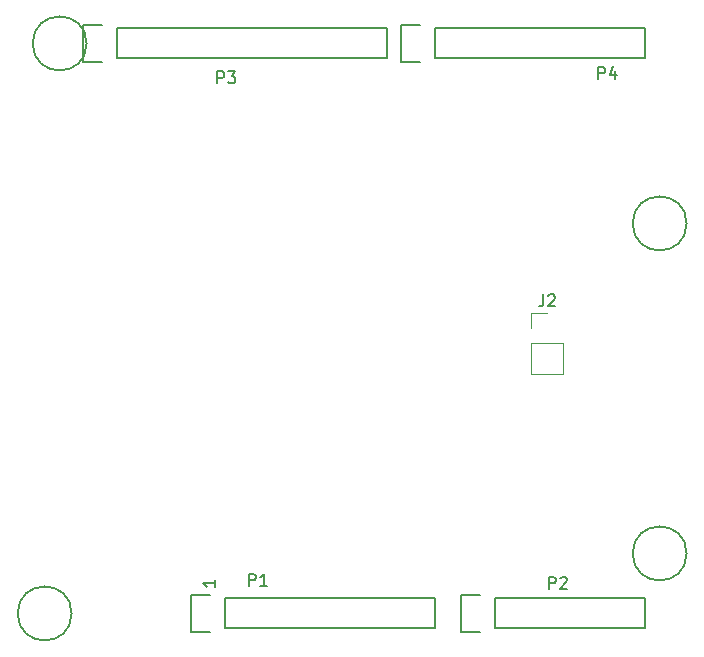
<source format=gbr>
G04 #@! TF.GenerationSoftware,KiCad,Pcbnew,(2017-06-11 revision 44b118f8c)-makepkg*
G04 #@! TF.CreationDate,2017-06-12T04:02:47+02:00*
G04 #@! TF.ProjectId,GRBL_Stepcraft,4752424C5F5374657063726166742E6B,rev?*
G04 #@! TF.FileFunction,Legend,Top*
G04 #@! TF.FilePolarity,Positive*
%FSLAX46Y46*%
G04 Gerber Fmt 4.6, Leading zero omitted, Abs format (unit mm)*
G04 Created by KiCad (PCBNEW (2017-06-11 revision 44b118f8c)-makepkg) date 06/12/17 04:02:47*
%MOMM*%
%LPD*%
G01*
G04 APERTURE LIST*
%ADD10C,0.100000*%
%ADD11C,0.150000*%
%ADD12C,0.120000*%
G04 APERTURE END LIST*
D10*
D11*
X68905380Y-71469285D02*
X68905380Y-72040714D01*
X68905380Y-71755000D02*
X67905380Y-71755000D01*
X68048238Y-71850238D01*
X68143476Y-71945476D01*
X68191095Y-72040714D01*
D12*
X95698000Y-48835000D02*
X97028000Y-48835000D01*
X95698000Y-50165000D02*
X95698000Y-48835000D01*
X98358000Y-51435000D02*
X95698000Y-51435000D01*
X98358000Y-54035000D02*
X98358000Y-51435000D01*
X95698000Y-54035000D02*
X98358000Y-54035000D01*
X95698000Y-51435000D02*
X95698000Y-54035000D01*
D11*
X69723000Y-75565000D02*
X87503000Y-75565000D01*
X87503000Y-75565000D02*
X87503000Y-73025000D01*
X87503000Y-73025000D02*
X69723000Y-73025000D01*
X66903000Y-75845000D02*
X68453000Y-75845000D01*
X69723000Y-75565000D02*
X69723000Y-73025000D01*
X68453000Y-72745000D02*
X66903000Y-72745000D01*
X66903000Y-72745000D02*
X66903000Y-75845000D01*
X92583000Y-75565000D02*
X105283000Y-75565000D01*
X105283000Y-75565000D02*
X105283000Y-73025000D01*
X105283000Y-73025000D02*
X92583000Y-73025000D01*
X89763000Y-75845000D02*
X91313000Y-75845000D01*
X92583000Y-75565000D02*
X92583000Y-73025000D01*
X91313000Y-72745000D02*
X89763000Y-72745000D01*
X89763000Y-72745000D02*
X89763000Y-75845000D01*
X60579000Y-27305000D02*
X83439000Y-27305000D01*
X83439000Y-27305000D02*
X83439000Y-24765000D01*
X83439000Y-24765000D02*
X60579000Y-24765000D01*
X57759000Y-27585000D02*
X59309000Y-27585000D01*
X60579000Y-27305000D02*
X60579000Y-24765000D01*
X59309000Y-24485000D02*
X57759000Y-24485000D01*
X57759000Y-24485000D02*
X57759000Y-27585000D01*
X87503000Y-27305000D02*
X105283000Y-27305000D01*
X105283000Y-27305000D02*
X105283000Y-24765000D01*
X105283000Y-24765000D02*
X87503000Y-24765000D01*
X84683000Y-27585000D02*
X86233000Y-27585000D01*
X87503000Y-27305000D02*
X87503000Y-24765000D01*
X86233000Y-24485000D02*
X84683000Y-24485000D01*
X84683000Y-24485000D02*
X84683000Y-27585000D01*
X56769000Y-74295000D02*
G75*
G03X56769000Y-74295000I-2286000J0D01*
G01*
X108839000Y-69215000D02*
G75*
G03X108839000Y-69215000I-2286000J0D01*
G01*
X58039000Y-26035000D02*
G75*
G03X58039000Y-26035000I-2286000J0D01*
G01*
X108839000Y-41275000D02*
G75*
G03X108839000Y-41275000I-2286000J0D01*
G01*
X96694666Y-47287380D02*
X96694666Y-48001666D01*
X96647047Y-48144523D01*
X96551809Y-48239761D01*
X96408952Y-48287380D01*
X96313714Y-48287380D01*
X97123238Y-47382619D02*
X97170857Y-47335000D01*
X97266095Y-47287380D01*
X97504190Y-47287380D01*
X97599428Y-47335000D01*
X97647047Y-47382619D01*
X97694666Y-47477857D01*
X97694666Y-47573095D01*
X97647047Y-47715952D01*
X97075619Y-48287380D01*
X97694666Y-48287380D01*
X71778904Y-71953380D02*
X71778904Y-70953380D01*
X72159857Y-70953380D01*
X72255095Y-71001000D01*
X72302714Y-71048619D01*
X72350333Y-71143857D01*
X72350333Y-71286714D01*
X72302714Y-71381952D01*
X72255095Y-71429571D01*
X72159857Y-71477190D01*
X71778904Y-71477190D01*
X73302714Y-71953380D02*
X72731285Y-71953380D01*
X73017000Y-71953380D02*
X73017000Y-70953380D01*
X72921761Y-71096238D01*
X72826523Y-71191476D01*
X72731285Y-71239095D01*
X97178904Y-72207380D02*
X97178904Y-71207380D01*
X97559857Y-71207380D01*
X97655095Y-71255000D01*
X97702714Y-71302619D01*
X97750333Y-71397857D01*
X97750333Y-71540714D01*
X97702714Y-71635952D01*
X97655095Y-71683571D01*
X97559857Y-71731190D01*
X97178904Y-71731190D01*
X98131285Y-71302619D02*
X98178904Y-71255000D01*
X98274142Y-71207380D01*
X98512238Y-71207380D01*
X98607476Y-71255000D01*
X98655095Y-71302619D01*
X98702714Y-71397857D01*
X98702714Y-71493095D01*
X98655095Y-71635952D01*
X98083666Y-72207380D01*
X98702714Y-72207380D01*
X69111904Y-29408380D02*
X69111904Y-28408380D01*
X69492857Y-28408380D01*
X69588095Y-28456000D01*
X69635714Y-28503619D01*
X69683333Y-28598857D01*
X69683333Y-28741714D01*
X69635714Y-28836952D01*
X69588095Y-28884571D01*
X69492857Y-28932190D01*
X69111904Y-28932190D01*
X70016666Y-28408380D02*
X70635714Y-28408380D01*
X70302380Y-28789333D01*
X70445238Y-28789333D01*
X70540476Y-28836952D01*
X70588095Y-28884571D01*
X70635714Y-28979809D01*
X70635714Y-29217904D01*
X70588095Y-29313142D01*
X70540476Y-29360761D01*
X70445238Y-29408380D01*
X70159523Y-29408380D01*
X70064285Y-29360761D01*
X70016666Y-29313142D01*
X101369904Y-29027380D02*
X101369904Y-28027380D01*
X101750857Y-28027380D01*
X101846095Y-28075000D01*
X101893714Y-28122619D01*
X101941333Y-28217857D01*
X101941333Y-28360714D01*
X101893714Y-28455952D01*
X101846095Y-28503571D01*
X101750857Y-28551190D01*
X101369904Y-28551190D01*
X102798476Y-28360714D02*
X102798476Y-29027380D01*
X102560380Y-27979761D02*
X102322285Y-28694047D01*
X102941333Y-28694047D01*
M02*

</source>
